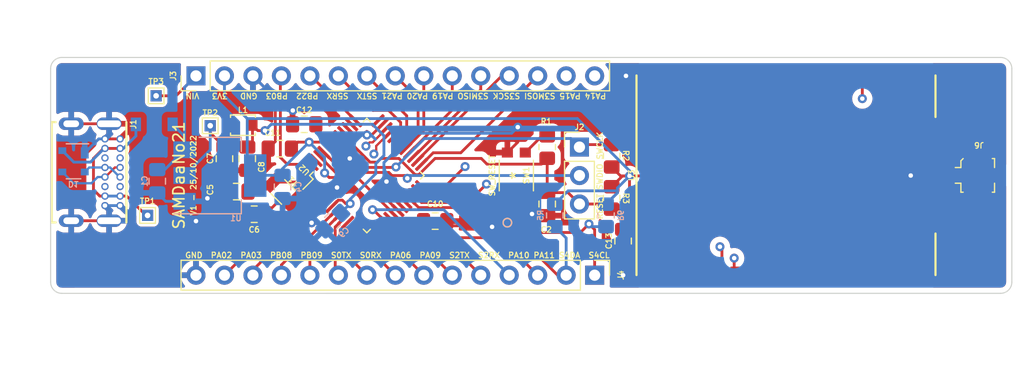
<source format=kicad_pcb>
(kicad_pcb (version 20211014) (generator pcbnew)
  (title_block (title "flexible LoRaWAN Sensor Board ATSAMD21") (date "2022-10-25") (rev "1.0") (company "AP-Hogeschool") (comment 1 "Bavo, Birk, Daan"))
  (layers (0 "F.Cu" signal) (1 "In1.Cu" power "GND") (2 "In2.Cu" power "VDDIN") (31 "B.Cu" signal) (34 "B.Paste" user) (35 "F.Paste" user) (36 "B.SilkS" user "B.Silkscreen") (37 "F.SilkS" user "F.Silkscreen") (38 "B.Mask" user) (39 "F.Mask" user) (44 "Edge.Cuts" user))
  (net 0 "")
  (net 1 "VIN")
  (net 2 "GND")
  (net 3 "RESET")
  (net 4 "VDDIN")
  (net 5 "XIN32")
  (net 6 "XOUT32")
  (net 7 "VDDANA")
  (net 8 "VDDCORE")
  (net 9 "VBUS")
  (net 10 "USB-")
  (net 11 "USB+")
  (net 12 "SWCLK")
  (net 13 "SWDIO")
  (net 14 "PA20")
  (net 15 "PA19")
  (net 16 "PA15")
  (net 17 "PA14")
  (net 18 "PA11")
  (net 19 "PA07")
  (net 20 "PA06")
  (net 21 "PA03")
  (net 22 "PA02")
  (net 23 "PB03")
  (net 24 "PA21")
  (net 25 "PB08")
  (net 26 "PB09")
  (net 27 "SERCOM3_SCK")
  (net 28 "SERCOM3_MOSI")
  (net 29 "SERCOM3_MISO")
  (net 30 "SERCOM4_PAD1_SCL")
  (net 31 "SERCOM4_PAD0_SDA")
  (net 32 "SERCOM5_PAD1_RX")
  (net 33 "SERCOM5_PAD0_TX")
  (net 34 "SERCOM2_PAD2_RX")
  (net 35 "SERCOM2_PAD1_TX")
  (net 36 "SERCOM0_PAD1_RX")
  (net 37 "SERCOM0_PAD0_TX")
  (net 38 "Net-(R1-Pad1)")
  (net 49 "PB22")
  (net 53 "RN2483_RESET")
  (net 54 "868MHz")
  (footprint "Capacitor_SMD:C_0805_2012Metric_Pad1.18x1.45mm_HandSolder" (layer "F.Cu") (at 103.997574 76.339145)
    (fp_text reference "C11")
    (fp_text value "100nF")
  )
  (footprint "Connector_Coaxial:U.FL_Molex_MCRF_73412-0110_Vertical" (layer "F.Cu") (at 166.249311 78.725 -90)
    (fp_text reference "J6")
    (fp_text value "Conn_Coaxial")
  )
  (footprint "KMR7_CNK:KMR7_CNK" (layer "F.Cu") (at 125.095 78.74 90)
    (fp_text reference "SW1")
    (fp_text value "SW_RESET")
  )
  (footprint "Connector_PinHeader_2.54mm:PinHeader_1x15_P2.54mm_Vertical" (layer "F.Cu") (at 132.08 87.63 -90)
    (fp_text reference "J4")
    (fp_text value "Conn_01x15_Male")
  )
  (footprint "Resistor_SMD:R_0805_2012Metric_Pad1.20x1.40mm_HandSolder" (layer "F.Cu") (at 133.599141 80.736329 -90)
    (fp_text reference "R3")
    (fp_text value "10k")
  )
  (footprint "Capacitor_SMD:C_0805_2012Metric_Pad1.18x1.45mm_HandSolder" (layer "F.Cu") (at 127.8478 81.28 90)
    (fp_text reference "C2")
    (fp_text value "100nF")
  )
  (footprint "RN2483:RN2483" (layer "F.Cu") (at 149.148 78.715 -90)
    (fp_text reference "U3")
    (fp_text value "RN2483" hide)
  )
  (footprint "Resistor_SMD:R_0805_2012Metric_Pad1.20x1.40mm_HandSolder" (layer "F.Cu") (at 127.8478 76.2 -90)
    (fp_text reference "R1")
    (fp_text value "330")
  )
  (footprint "Resistor_SMD:R_0805_2012Metric_Pad1.20x1.40mm_HandSolder" (layer "F.Cu") (at 133.597705 76.979754 90)
    (fp_text reference "R2")
    (fp_text value "1k")
  )
  (footprint "TestPoint:TestPoint_THTPad_1.0x1.0mm_Drill0.5mm" (layer "F.Cu") (at 92.202 82.296 90)
    (fp_text reference "TP1")
    (fp_text value "VBUS")
  )
  (footprint "Inductor_SMD:L_Murata_LQH2MCNxxxx02_2.0x1.6mm" (layer "F.Cu") (at 100.710509 74.251432)
    (fp_text reference "L1")
    (fp_text value "10µH")
  )
  (footprint "Connector_PinHeader_2.54mm:PinHeader_1x15_P2.54mm_Vertical" (layer "F.Cu") (at 96.52 69.85 90)
    (fp_text reference "J3")
    (fp_text value "Conn_01x15_Male")
  )
  (footprint "TestPoint:TestPoint_THTPad_1.0x1.0mm_Drill0.5mm" (layer "F.Cu") (at 92.964 71.628)
    (fp_text reference "TP3")
    (fp_text value "VIN")
  )
  (footprint "Capacitor_SMD:C_0805_2012Metric_Pad1.18x1.45mm_HandSolder" (layer "F.Cu") (at 101.092 77.2375 90)
    (fp_text reference "C8")
    (fp_text value "10µF")
  )
  (footprint "Capacitor_SMD:C_0805_2012Metric_Pad1.18x1.45mm_HandSolder" (layer "F.Cu") (at 99.06 77.2375 90)
    (fp_text reference "C7")
    (fp_text value "10µF")
  )
  (footprint "Capacitor_SMD:C_0805_2012Metric_Pad1.18x1.45mm_HandSolder" (layer "F.Cu") (at 117.856 82.804)
    (fp_text reference "C10")
    (fp_text value "100nF")
  )
  (footprint "TestPoint:TestPoint_THTPad_1.0x1.0mm_Drill0.5mm" (layer "F.Cu") (at 97.79 74.295)
    (fp_text reference "TP2")
    (fp_text value "VDD")
  )
  (footprint "Package_QFP:TQFP-48_7x7mm_P0.5mm" (layer "F.Cu") (at 111.76 78.74 45)
    (fp_text reference "U2")
    (fp_text value "ATSAMD21G18A-A")
  )
  (footprint "Capacitor_SMD:C_0805_2012Metric_Pad1.18x1.45mm_HandSolder" (layer "F.Cu") (at 101.715064 82.190734 180)
    (fp_text reference "C6")
    (fp_text value "18pF")
  )
  (footprint "Capacitor_SMD:C_0805_2012Metric_Pad1.18x1.45mm_HandSolder" (layer "F.Cu") (at 106.172 74.168 180)
    (fp_text reference "C12")
    (fp_text value "1µF")
  )
  (footprint "Connector_PinHeader_2.54mm:PinHeader_1x03_P2.54mm_Vertical" (layer "F.Cu") (at 130.725015 76.2)
    (fp_text reference "J2")
    (fp_text value "DEBUG")
  )
  (footprint "Crystal:Crystal_SMD_3215-2Pin_3.2x1.5mm" (layer "F.Cu") (at 104.297294 80.204547 -45)
    (fp_text reference "Y1")
    (fp_text value "Crystal_Small")
  )
  (footprint "Capacitor_SMD:C_0805_2012Metric_Pad1.18x1.45mm_HandSolder" (layer "F.Cu") (at 134.62 84.582 90)
    (fp_text reference "C13")
    (fp_text value "1µF")
  )
  (footprint "footprints:GCT_USB4085-GF-A_REVA4" (layer "F.Cu") (at 85.725917 78.446 -90)
    (fp_text reference "J1")
    (fp_text value "USB4085-GF-A_REVA4")
  )
  (footprint "Capacitor_SMD:C_0805_2012Metric_Pad1.18x1.45mm_HandSolder" (layer "F.Cu") (at 100.122239 80.171673 180)
    (fp_text reference locked "C5")
    (fp_text value "18pF")
  )
  (footprint "footprints:SOD-123FL" (layer "B.Cu") (at 92.79924 74.175725)
    (fp_text reference "D6")
    (fp_text value "D_Schottky")
  )
  (footprint "Resistor_SMD:R_0805_2012Metric_Pad1.20x1.40mm_HandSolder" (layer "B.Cu") (at 128.524 82.296 -90)
    (fp_text reference "R5")
    (fp_text value "4.7k")
  )
  (footprint "Resistor_SMD:R_0805_2012Metric_Pad1.20x1.40mm_HandSolder" (layer "B.Cu") (at 133.096 82.296 -90)
    (fp_text reference "R6")
    (fp_text value "4.7k")
  )
  (footprint "Capacitor_SMD:C_0805_2012Metric_Pad1.18x1.45mm_HandSolder" (layer "B.Cu") (at 93.066 79.248 -90)
    (fp_text reference "C1")
    (fp_text value "100nF")
  )
  (footprint "Package_TO_SOT_SMD:SOT-143" (layer "B.Cu") (at 85.598 77.47 180)
    (fp_text reference "D1")
    (fp_text value "PRTR5V0U2X")
  )
  (footprint "Capacitor_SMD:C_0805_2012Metric_Pad1.18x1.45mm_HandSolder" (layer "B.Cu") (at 108.712 82.804 45)
    (fp_text reference "C9")
    (fp_text value "100nF")
  )
  (footprint "Package_TO_SOT_SMD:SOT-223-3_TabPin2" (layer "B.Cu") (at 98.654 78.74)
    (fp_text reference "U1")
    (fp_text value "LD1117S33TR_SOT223")
  )
  (footprint "Capacitor_SMD:C_0805_2012Metric_Pad1.18x1.45mm_HandSolder" (layer "B.Cu") (at 104.242 79.756 -90)
    (fp_text reference "C4")
    (fp_text value "10µF")
  )
  (gr_line (start 169.292893 69.207107) (end 169.292578 88.246036) (layer "Edge.Cuts") (width 0.1))
  (gr_line (start 83.55509 88.248307) (end 83.554087 69.207107) (layer "Edge.Cuts") (width 0.1))
  (gr_arc (start 84.55509 89.248307) (mid 83.847983 88.955414) (end 83.55509 88.248307) (layer "Edge.Cuts") (width 0.1))
  (gr_line (start 84.554087 68.207107) (end 168.292893 68.207107) (layer "Edge.Cuts") (width 0.1))
  (gr_arc (start 168.292893 68.207107) (mid 169 68.5) (end 169.292893 69.207107) (layer "Edge.Cuts") (width 0.1))
  (gr_line (start 168.292578 89.246036) (end 84.55509 89.248307) (layer "Edge.Cuts") (width 0.1))
  (gr_arc (start 83.554087 69.207107) (mid 83.84698 68.5) (end 84.554087 68.207107) (layer "Edge.Cuts") (width 0.1))
  (gr_arc (start 169.292578 88.246036) (mid 168.999685 88.953143) (end 168.292578 89.246036) (layer "Edge.Cuts") (width 0.1))
  (gr_text "PA14 PA15 S3MOSI S3SCK S3MISO PA19 PA20 PA21 S5TX  S5RX  PB22  PB03  GND   3V3   VIN" (at 133.154082 71.628 180) (layer "F.SilkS") (effects (font (size 0.5 0.5) (thickness 0.1)) (justify left)))
  (gr_text "SAMDaaNo21" (at 94.996 78.725 90) (layer "F.SilkS") (effects (font (size 1 1))))
  (gr_text "GND  PA02  PA03  PB08  PB09  S0TX  S0RX  PA06  PA09  S2TX  S2RX  PA10 PA11 S4DA  S4CL" (at 95.504 85.852) (layer "F.SilkS") (effects (font (size 0.5 0.5) (thickness 0.1)) (justify left)))
  (gr_text "RESET SWDIO SWCLK" (at 132.55 78.75 90) (layer "F.SilkS") (effects (font (size 0.5 0.5) (thickness 0.1))))
  (gr_text "V1 - 25/10/2022" (at 96.3 78.725 90) (layer "F.SilkS") (effects (font (size 0.5 0.5) (thickness 0.1))))
  (segment (start 96.52 69.85) (end 94.742 71.628) (width 0.25) (layer "F.Cu") (net 1))
  (segment (start 94.742 71.628) (end 92.964 71.628) (width 0.25) (layer "F.Cu") (net 1))
  (segment (start 93.7335 78.2105) (end 95.504 76.44) (width 0.25) (layer "B.Cu") (net 1))
  (segment (start 95.504 75.242185) (end 94.43754 74.175725) (width 0.25) (layer "B.Cu") (net 1))
  (segment (start 95.504 76.44) (end 95.504 75.242185) (width 0.25) (layer "B.Cu") (net 1))
  (segment (start 95.504 70.866) (end 96.52 69.85) (width 0.25) (layer "B.Cu") (net 1))
  (segment (start 93.066 78.2105) (end 93.7335 78.2105) (width 0.25) (layer "B.Cu") (net 1))
  (segment (start 95.504 76.44) (end 95.504 70.866) (width 0.25) (layer "B.Cu") (net 1))
  (segment (start 160.33 78.796) (end 160.274 78.74) (width 0.25) (layer "F.Cu") (net 2))
  (segment (start 105.1345 74.168) (end 105.156 74.1465) (width 0.25) (layer "F.Cu") (net 2))
  (segment (start 103.596956 71.846956) (end 101.6 69.85) (width 0.25) (layer "F.Cu") (net 2))
  (segment (start 105.156 74.1465) (end 105.156 72.9355) (width 0.25) (layer "F.Cu") (net 2))
  (segment (start 162.483 78.796) (end 160.33 78.796) (width 0.25) (layer "F.Cu") (net 2))
  (segment (start 108.286338 81.153002) (end 106.834093 82.605247) (width 0.25) (layer "F.Cu") (net 2))
  (segment (start 113.512152 80.845706) (end 114.526555 81.860109) (width 0.25) (layer "F.Cu") (net 2))
  (segment (start 113.112342 74.205678) (end 112.195041 75.122979) (width 0.25) (layer "F.Cu") (net 2))
  (segment (start 166.274311 80.375917) (end 167.749311 78.900917) (width 0.25) (layer "F.Cu") (net 2))
  (segment (start 126.492 82.169) (end 127.6993 82.169) (width 0.25) (layer "F.Cu") (net 2))
  (segment (start 134.62 85.6195) (end 134.62 87.63) (width 0.25) (layer "F.Cu") (net 2))
  (segment (start 108.286338 81.153002) (end 109.10032 80.33902) (width 0.25) (layer "F.Cu") (net 2))
  (segment (start 88.400917 75.471) (end 89.750917 75.471) (width 0.25) (layer "F.Cu") (net 2))
  (segment (start 167.724311 78.900917) (end 166.249311 77.425917) (width 0.25) (layer "F.Cu") (net 2))
  (segment (start 109.10032 80.33902) (end 109.10032 79.808143) (width 0.25) (layer "F.Cu") (net 2))
  (segment (start 113.512152 79.276413) (end 113.512152 80.845706) (width 0.25) (layer "F.Cu") (net 2))
  (segment (start 134.93 69.906) (end 134.874 69.85) (width 0.25) (layer "F.Cu") (net 2))
  (segment (start 110.236 76.897802) (end 108.993445 75.655247) (width 0.25) (layer "F.Cu") (net 2))
  (segment (start 127.6993 82.169) (end 127.8478 82.3175) (width 0.25) (layer "F.Cu") (net 2))
  (segment (start 167.749311 78.900917) (end 167.724311 78.900917) (width 0.25) (layer "F.Cu") (net 2))
  (segment (start 85.390917 82.771) (end 85.795774 82.771) (width 0.25) (layer "F.Cu") (net 2))
  (segment (start 125.222 74.422) (end 125.222 75.763001) (width 0.25) (layer "F.Cu") (net 2))
  (segment (start 85.390917 82.771) (end 88.770917 82.771) (width 0.25) (layer "F.Cu") (net 2))
  (segment (start 122.8384 83.223) (end 121.363015 83.223) (width 0.25) (layer "F.Cu") (net 2))
  (segment (start 103.596956 75.702263) (end 103.596956 71.846956) (width 0.25) (layer "F.Cu") (net 2))
  (segment (start 118.8935 82.804) (end 119.3125 83.223) (width 0.25) (layer "F.Cu") (net 2))
  (segment (start 137.083 69.906) (end 134.93 69.906) (width 0.25) (layer "F.Cu") (net 2))
  (segment (start 112.195041 75.122979) (end 111.765373 75.122979) (width 0.25) (layer "F.Cu") (net 2))
  (segment (start 166.249311 80.375917) (end 166.274311 80.375917) (width 0.25) (layer "F.Cu") (net 2))
  (segment (start 106.834093 82.605247) (end 106.834093 82.958093) (width 0.25) (layer "F.Cu") (net 2))
  (segment (start 85.390917 74.121) (end 85.390917 82.771) (width 0.25) (layer "F.Cu") (net 2))
  (segment (start 125.222 75.763001) (end 124.294999 76.690002) (width 0.25) (layer "F.Cu") (net 2))
  (segment (start 102.960074 76.339145) (end 103.596956 75.702263) (width 0.25) (layer "F.Cu") (net 2))
  (segment (start 110.236 77.216) (end 110.236 76.897802) (width 0.25) (layer "F.Cu") (net 2))
  (segment (start 108.993445 75.655247) (end 108.993445 75.619891) (width 0.25) (layer "F.Cu") (net 2))
  (segment (start 85.390917 74.121) (end 88.770917 74.121) (width 0.25) (layer "F.Cu") (net 2))
  (segment (start 119.3125 83.223) (end 121.363015 83.223) (width 0.25) (layer "F.Cu") (net 2))
  (segment (start 122.9317 83.3163) (end 122.8384 83.223) (width 0.25) (layer "F.Cu") (net 2))
  (via (at 113.512152 79.276413) (size 0.8) (drill 0.4) (layers "F.Cu" "B.Cu") (net 2))
  (via (at 126.492 82.169) (size 0.8) (drill 0.4) (layers "F.Cu" "B.Cu") (net 2))
  (via (at 97.536 80.772) (size 0.8) (drill 0.4) (layers "F.Cu" "B.Cu") (net 2))
  (via (at 110.236 77.216) (size 0.8) (drill 0.4) (layers "F.Cu" "B.Cu") (net 2))
  (via (at 109.10032 79.808143) (size 0.8) (drill 0.4) (layers "F.Cu" "B.Cu") (net 2))
  (via (at 111.765373 75.122979) (size 0.8) (drill 0.4) (layers "F.Cu" "B.Cu") (net 2))
  (via (at 96.52 82.804) (size 0.8) (drill 0.4) (layers "F.Cu" "B.Cu") (net 2))
  (via (at 134.874 69.85) (size 0.8) (drill 0.4) (layers "F.Cu" "B.Cu") (net 2))
  (via (at 106.834093 82.958093) (size 0.8) (drill 0.4) (layers "F.Cu" "B.Cu") (net 2))
  (via (at 105.156 72.9355) (size 0.8) (drill 0.4) (layers "F.Cu" "B.Cu") (net 2))
  (via (at 122.9317 83.3163) (size 0.8) (drill 0.4) (layers "F.Cu" "B.Cu") (net 2))
  (via (at 160.274 78.74) (size 0.8) (drill 0.4) (layers "F.Cu" "B.Cu") (net 2))
  (via (at 134.62 87.63) (size 0.8) (drill 0.4) (layers "F.Cu" "B.Cu") (net 2))
  (via (at 125.222 74.422) (size 0.8) (drill 0.4) (layers "F.Cu" "B.Cu") (net 2))
  (segment (start 125.222 74.422) (end 124.6765 74.9675) (width 0.25) (layer "B.Cu") (net 2))
  (segment (start 124.079 82.169) (end 122.9317 83.3163) (width 0.25) (layer "B.Cu") (net 2))
  (segment (start 113.284 77.587517) (end 113.284 79.048261) (width 0.25) (layer "B.Cu") (net 2))
  (segment (start 111.765373 75.122979) (end 111.313021 75.122979) (width 0.25) (layer "B.Cu") (net 2))
  (segment (start 111.313021 75.122979) (end 110.236 76.2) (width 0.25) (layer "B.Cu") (net 2))
  (segment (start 95.504 81.04) (end 95.504 81.788) (width 0.25) (layer "B.Cu") (net 2))
  (segment (start 109.10032 79.808143) (end 109.10032 78.35168) (width 0.25) (layer "B.Cu") (net 2))
  (segment (start 105.156 72.9355) (end 104.6855 72.9355) (width 0.25) (layer "B.Cu") (net 2))
  (segment (start 110.236 76.2) (end 110.236 77.216) (width 0.25) (layer "B.Cu") (net 2))
  (segment (start 124.6765 74.9675) (end 115.904017 74.9675) (width 0.25) (layer "B.Cu") (net 2))
  (segment (start 88.400917 81.421) (end 89.750917 81.421) (width 0.25) (layer "B.Cu") (net 2))
  (segment (start 87.847 75.471) (end 86.598 76.72) (width 0.25) (layer "B.Cu") (net 2))
  (segment (start 109.10032 78.35168) (end 110.236 77.216) (width 0.25) (layer "B.Cu") (net 2))
  (segment (start 115.904017 74.9675) (end 113.284 77.587517) (width 0.25) (layer "B.Cu") (net 2))
  (segment (start 107.398847 82.958093) (end 107.978377 83.537623) (width 0.25) (layer "B.Cu") (net 2))
  (segment (start 93.066 80.2855) (end 93.8205 81.04) (width 0.25) (layer "B.Cu") (net 2))
  (segment (start 126.492 82.169) (end 124.079 82.169) (width 0.25) (layer "B.Cu") (net 2))
  (segment (start 106.834093 82.958093) (end 107.398847 82.958093) (width 0.25) (layer "B.Cu") (net 2))
  (segment (start 104.6855 72.9355) (end 101.6 69.85) (width 0.25) (layer "B.Cu") (net 2))
  (segment (start 93.8205 81.04) (end 95.504 81.04) (width 0.25) (layer "B.Cu") (net 2))
  (segment (start 95.504 81.788) (end 96.52 82.804) (width 0.25) (layer "B.Cu") (net 2))
  (segment (start 88.400917 75.471) (end 87.847 75.471) (width 0.25) (layer "B.Cu") (net 2))
  (segment (start 113.284 79.048261) (end 113.512152 79.276413) (width 0.25) (layer "B.Cu") (net 2))
  (segment (start 112.045275 77.54636) (end 110.268489 75.769574) (width 0.25) (layer "F.Cu") (net 3))
  (segment (start 117.84534 77.2155) (end 116.398137 78.662703) (width 0.25) (layer "F.Cu") (net 3))
  (segment (start 110.268489 75.480723) (end 109.700551 74.912785) (width 0.25) (layer "F.Cu") (net 3))
  (segment (start 130.725015 81.28) (end 129.709015 80.264) (width 0.25) (layer "F.Cu") (net 3))
  (segment (start 110.268489 75.769574) (end 110.268489 75.480723) (width 0.25) (layer "F.Cu") (net 3))
  (segment (start 116.066765 78.662703) (end 114.620062 77.216) (width 0.25) (layer "F.Cu") (net 3))
  (segment (start 127.3238 77.724) (end 122.474805 77.724) (width 0.25) (layer "F.Cu") (net 3))
  (segment (start 114.620062 77.216) (end 113.019121 77.216) (width 0.25) (layer "F.Cu") (net 3))
  (segment (start 127.8478 80.2425) (end 127.8478 77.2) (width 0.25) (layer "F.Cu") (net 3))
  (segment (start 122.474805 77.724) (end 121.966305 77.2155) (width 0.25) (layer "F.Cu") (net 3))
  (segment (start 127.8693 80.264) (end 127.8478 80.2425) (width 0.25) (layer "F.Cu") (net 3))
  (segment (start 127.8478 77.2) (end 127.3238 77.724) (width 0.25) (layer "F.Cu") (net 3))
  (segment (start 129.709015 80.264) (end 127.8693 80.264) (width 0.25) (layer "F.Cu") (net 3))
  (segment (start 121.966305 77.2155) (end 117.84534 77.2155) (width 0.25) (layer "F.Cu") (net 3))
  (segment (start 112.688761 77.54636) (end 112.045275 77.54636) (width 0.25) (layer "F.Cu") (net 3))
  (segment (start 132.654483 81.28) (end 130.725015 81.28) (width 0.25) (layer "F.Cu") (net 3))
  (segment (start 113.019121 77.216) (end 112.688761 77.54636) (width 0.25) (layer "F.Cu") (net 3))
  (segment (start 133.110812 81.736329) (end 132.654483 81.28) (width 0.25) (layer "F.Cu") (net 3))
  (segment (start 116.398137 78.662703) (end 116.066765 78.662703) (width 0.25) (layer "F.Cu") (net 3))
  (segment (start 105.035074 76.339145) (end 105.615159 75.75906) (width 0.25) (layer "F.Cu") (net 4))
  (segment (start 153.593 70.918) (end 153.593 69.906) (width 0.25) (layer "F.Cu") (net 4))
  (segment (start 110.910194 78.9155) (end 113.787347 81.792653) (width 0.25) (layer "F.Cu") (net 4))
  (segment (start 97.79 74.93) (end 99.06 76.2) (width 0.25) (layer "F.Cu") (net 4))
  (segment (start 134.566805 78.773524) (end 133.604 79.736329) (width 0.25) (layer "F.Cu") (net 4))
  (segment (start 107.7184 75.75906) (end 106.61294 75.75906) (width 0.25) (layer "F.Cu") (net 4))
  (segment (start 108.286338 76.326998) (end 107.7184 75.75906) (width 0.25) (layer "F.Cu") (net 4))
  (segment (start 151.053 87.706) (end 151.053 84.089048) (width 0.25) (layer "F.Cu") (net 4))
  (segment (start 145.737476 78.773524) (end 153.593 70.918) (width 0.25) (layer "F.Cu") (net 4))
  (segment (start 151.053 84.089048) (end 145.737476 78.773524) (width 0.25) (layer "F.Cu") (net 4))
  (segment (start 108.400674 78.9155) (end 110.910194 78.9155) (width 0.25) (layer "F.Cu") (net 4))
  (segment (start 134.62 83.82) (end 135.189916 83.250084) (width 0.25) (layer "F.Cu") (net 4))
  (segment (start 135.189916 83.250084) (end 135.189916 78.773524) (width 0.25) (layer "F.Cu") (net 4))
  (segment (start 99.06 75.051941) (end 99.860509 74.251432) (width 0.25) (layer "F.Cu") (net 4))
  (segment (start 107.99442 78.509246) (end 108.400674 78.9155) (width 0.25) (layer "F.Cu") (net 4))
  (segment (start 135.189916 78.773524) (end 134.391475 78.773524) (width 0.25) (layer "F.Cu") (net 4))
  (segment (start 114.76334 82.804) (end 116.8185 82.804) (width 0.25) (layer "F.Cu") (net 4))
  (segment (start 134.391475 78.773524) (end 133.597705 77.979754) (width 0.25) (layer "F.Cu") (net 4))
  (segment (start 135.189916 78.773524) (end 134.566805 78.773524) (width 0.25) (layer "F.Cu") (net 4))
  (segment (start 97.79 74.295) (end 97.79 74.93) (width 0.25) (layer "F.Cu") (net 4))
  (segment (start 114.173002 82.213662) (end 114.76334 82.804) (width 0.25) (layer "F.Cu") (net 4))
  (segment (start 135.189916 78.773524) (end 145.737476 78.773524) (width 0.25) (layer "F.Cu") (net 4))
  (segment (start 99.06 76.2) (end 99.06 75.051941) (width 0.25) (layer "F.Cu") (net 4))
  (segment (start 105.615159 75.75906) (end 106.61294 75.75906) (width 0.25) (layer "F.Cu") (net 4))
  (via (at 106.61294 75.75906) (size 0.8) (drill 0.4) (layers "F.Cu" "B.Cu") (net 4))
  (via (at 135.189916 78.773524) (size 0.8) (drill 0.4) (layers "F.Cu" "B.Cu") (net 4))
  (via (at 107.99442 78.509246) (size 0.8) (drill 0.4) (layers "F.Cu" "B.Cu") (net 4))
  (segment (start 107.99442 77.14054) (end 106.61294 75.75906) (width 0.25) (layer "B.Cu") (net 4))
  (segment (start 99.06 71.628) (end 99.06 69.85) (width 0.25) (layer "B.Cu") (net 4))
  (segment (start 134.112 79.85144) (end 135.189916 78.773524) (width 0.25) (layer "B.Cu") (net 4))
  (segment (start 101.092 73.66) (end 99.06 71.628) (width 0.25) (layer "B.Cu") (net 4))
  (segment (start 130.535015 73.66) (end 101.092 73.66) (width 0.25) (layer "B.Cu") (net 4))
  (segment (start 128.524 81.296) (end 129.715 80.105) (width 0.25) (layer "B.Cu") (net 4))
  (segment (start 101.092 78.028) (end 101.092 73.66) (width 0.25) (layer "B.Cu") (net 4))
  (segment (start 104.242 78.7185) (end 101.8255 78.7185) (width 0.25) (layer "B.Cu") (net 4))
  (segment (start 135.189916 78.773524) (end 135.189916 78.314901) (width 0.25) (layer "B.Cu") (net 4))
  (segment (start 135.189916 78.314901) (end 130.535015 73.66) (width 0.25) (layer "B.Cu") (net 4))
  (segment (start 134.112 80.105) (end 134.112 80.28) (width 0.25) (layer "B.Cu") (net 4))
  (segment (start 134.112 80.28) (end 134.112 79.85144) (width 0.25) (layer "B.Cu") (net 4))
  (segment (start 133.445 80.947) (end 134.112 80.28) (width 0.25) (layer "B.Cu") (net 4))
  (segment (start 133.096 81.296) (end 132.747 80.947) (width 0.25) (layer "B.Cu") (net 4))
  (segment (start 107.99442 78.509246) (end 107.99442 77.14054) (width 0.25) (layer "B.Cu") (net 4))
  (segment (start 106.61294 75.75906) (end 104.242 78.13) (width 0.25) (layer "B.Cu") (net 4))
  (segment (start 134.112 80.28) (end 133.096 81.296) (width 0.25) (layer "B.Cu") (net 4))
  (segment (start 97.79 74.295) (end 97.79 76.454) (width 0.25) (layer "B.Cu") (net 4))
  (segment (start 101.8255 78.7185) (end 101.804 78.74) (width 0.25) (layer "B.Cu") (net 4))
  (segment (start 104.242 78.13) (end 104.242 78.7185) (width 0.25) (layer "B.Cu") (net 4))
  (segment (start 132.747 80.947) (end 133.445 80.947) (width 0.25) (layer "B.Cu") (net 4))
  (segment (start 101.804 78.74) (end 101.092 78.028) (width 0.25) (layer "B.Cu") (net 4))
  (segment (start 129.715 80.105) (end 134.112 80.105) (width 0.25) (layer "B.Cu") (net 4))
  (segment (start 97.79 76.454) (end 95.504 78.74) (width 0.25) (layer "B.Cu") (net 4))
  (segment (start 103.413411 79.320664) (end 102.562402 80.171673) (width 0.25) (layer "F.Cu") (net 5))
  (segment (start 106.872124 79.738788) (end 106.454 79.320664) (width 0.25) (layer "F.Cu") (net 5))
  (segment (start 102.562402 80.171673) (end 101.159739 80.171673) (width 0.25) (layer "F.Cu") (net 5))
  (segment (start 106.454 79.320664) (end 103.413411 79.320664) (width 0.25) (layer "F.Cu") (net 5))
  (segment (start 105.181177 81.08843) (end 103.82357 81.08843) (width 0.25) (layer "F.Cu") (net 6))
  (segment (start 106.22959 81.08843) (end 105.181177 81.08843) (width 0.25) (layer "F.Cu") (net 6))
  (segment (start 103.82357 81.08843) (end 102.752564 82.159436) (width 0.25) (layer "F.Cu") (net 6))
  (segment (start 107.225678 80.092342) (end 106.22959 81.08843) (width 0.25) (layer "F.Cu") (net 6))
  (segment (start 102.752564 82.159436) (end 102.752564 82.190734) (width 0.25) (layer "F.Cu") (net 6))
  (segment (start 102.671299 74.731299) (end 102.040376 74.731299) (width 0.25) (layer "F.Cu") (net 7))
  (segment (start 102.040376 74.731299) (end 101.560509 74.251432) (width 0.25) (layer "F.Cu") (net 7))
  (segment (start 109.574556 80.938618) (end 109.207828 80.938618) (width 0.25) (layer "F.Cu") (net 7))
  (segment (start 101.560509 74.251432) (end 101.560509 75.731491) (width 0.25) (layer "F.Cu") (net 7))
  (segment (start 110.27007 81.24593) (end 109.881868 81.24593) (width 0.25) (layer "F.Cu") (net 7))
  (segment (start 109.881868 81.24593) (end 109.574556 80.938618) (width 0.25) (layer "F.Cu") (net 7))
  (segment (start 109.207828 80.938618) (end 108.639891 81.506555) (width 0.25) (layer "F.Cu") (net 7))
  (segment (start 101.560509 75.731491) (end 101.092 76.2) (width 0.25) (layer "F.Cu") (net 7))
  (via (at 110.27007 81.24593) (size 0.8) (drill 0.4) (layers "F.Cu" "B.Cu") (net 7))
  (via (at 102.671299 74.731299) (size 0.8) (drill 0.4) (layers "F.Cu" "B.Cu") (net 7))
  (segment (start 110.27007 81.24593) (end 110.27007 80.857215) (width 0.25) (layer "B.Cu") (net 7))
  (segment (start 113.284 75.184) (end 112.268 74.168) (width 0.25) (layer "B.Cu") (net 7))
  (segment (start 112.559 77.676121) (end 113.284 76.951121) (width 0.25) (layer "B.Cu") (net 7))
  (segment (start 113.284 76.951121) (end 113.284 75.184) (width 0.25) (layer "B.Cu") (net 7))
  (segment (start 103.234598 74.168) (end 102.671299 74.731299) (width 0.25) (layer "B.Cu") (net 7))
  (segment (start 112.559 78.568285) (end 112.559 77.676121) (width 0.25) (layer "B.Cu") (net 7))
  (segment (start 112.268 74.168) (end 103.234598 74.168) (width 0.25) (layer "B.Cu") (net 7))
  (segment (start 110.27007 81.24593) (end 109.445623 82.070377) (width 0.25) (layer "B.Cu") (net 7))
  (segment (start 110.27007 80.857215) (end 112.559 78.568285) (width 0.25) (layer "B.Cu") (net 7))
  (segment (start 107.2095 74.543054) (end 107.2095 74.168) (width 0.25) (layer "F.Cu") (net 8))
  (segment (start 108.639891 75.973445) (end 107.2095 74.543054) (width 0.25) (layer "F.Cu") (net 8))
  (segment (start 90.340424 80.571) (end 92.065424 82.296) (width 0.25) (layer "F.Cu") (net 9))
  (segment (start 92.065424 82.296) (end 92.202 82.296) (width 0.25) (layer "F.Cu") (net 9))
  (segment (start 88.400917 76.321) (end 88.271 76.321) (width 0.25) (layer "F.Cu") (net 9))
  (segment (start 88.400917 76.321) (end 89.750917 76.321) (width 0.25) (layer "F.Cu") (net 9))
  (segment (start 87.376 80.01) (end 87.376 77.216) (width 0.25) (layer "F.Cu") (net 9))
  (segment (start 88.400917 80.571) (end 87.937 80.571) (width 0.25) (layer "F.Cu") (net 9))
  (segment (start 88.271 76.321) (end 87.376 77.216) (width 0.25) (layer "F.Cu") (net 9))
  (segment (start 89.750917 80.571) (end 90.340424 80.571) (width 0.25) (layer "F.Cu") (net 9))
  (segment (start 87.937 80.571) (end 87.376 80.01) (width 0.25) (layer "F.Cu") (net 9))
  (segment (start 91.16094 75.20906) (end 90.049 76.321) (width 0.25) (layer "B.Cu") (net 9))
  (segment (start 87.107678 77.545) (end 88.331678 76.321) (width 0.25) (layer "B.Cu") (net 9))
  (segment (start 91.16094 74.175725) (end 91.16094 75.20906) (width 0.25) (layer "B.Cu") (net 9))
  (segment (start 84.598 76.52) (end 85.623 77.545) (width 0.25) (layer "B.Cu") (net 9))
  (segment (start 90.049 76.321) (end 89.750917 76.321) (width 0.25) (layer "B.Cu") (net 9))
  (segment (start 88.331678 76.321) (end 88.400917 76.321) (width 0.25) (layer "B.Cu") (net 9))
  (segment (start 88.400917 80.571) (end 89.750917 80.571) (width 0.25) (layer "B.Cu") (net 9))
  (segment (start 85.623 77.545) (end 87.107678 77.545) (width 0.25) (layer "B.Cu") (net 9))
  (segment (start 113.819449 74.912785) (end 113.784094 74.912785) (width 0.2) (layer "F.Cu") (net 10))
  (segment (start 112.596777 76.100103) (end 112.596777 76.613039) (width 0.2) (layer "F.Cu") (net 10))
  (segment (start 112.596777 76.613039) (end 112.388456 76.82136) (width 0.2) (layer "F.Cu") (net 10))
  (segment (start 113.784094 74.912785) (end 112.596777 76.100103) (width 0.2) (layer "F.Cu") (net 10))
  (via (at 112.388456 76.82136) (size 0.8) (drill 0.4) (layers "F.Cu" "B.Cu") (net 10))
  (segment (start 88.400917 78.021) (end 88.860536 78.021) (width 0.2) (layer "B.Cu") (net 10))
  (segment (start 89.710536 78.871) (end 89.750917 78.871) (width 0.2) (layer "B.Cu") (net 10))
  (segment (start 86.598 78.42) (end 86.997 78.021) (width 0.2) (layer "B.Cu") (net 10))
  (segment (start 86.997 78.021) (end 88.400917 78.021) (width 0.2) (layer "B.Cu") (net 10))
  (segment (start 88.860536 78.021) (end 89.710536 78.871) (width 0.2) (layer "B.Cu") (net 10))
  (segment (start 112.278577 75.781903) (end 113.465895 74.594586) (width 0.2) (layer "F.Cu") (net 11))
  (segment (start 111.6777 76.118629) (end 112.014426 75.781903) (width 0.2) (layer "F.Cu") (net 11))
  (segment (start 113.465895 74.594586) (end 113.465895 74.559231) (width 0.2) (layer "F.Cu") (net 11))
  (segment (start 88.434801 78.871) (end 89.284801 78.021) (width 0.2) (layer "F.Cu") (net 11))
  (segment (start 112.014426 75.781903) (end 112.278577 75.781903) (width 0.2) (layer "F.Cu") (net 11))
  (segment (start 88.400917 78.871) (end 88.434801 78.871) (width 0.2) (layer "F.Cu") (net 11))
  (segment (start 89.284801 78.021) (end 89.750917 78.021) (width 0.2) (layer "F.Cu") (net 11))
  (via (at 111.6777 76.118629) (size 0.8) (drill 0.4) (layers "F.Cu" "B.Cu") (net 11))
  (segment (start 84.598 78.42) (end 85.606016 79.428016) (width 0.2) (layer "B.Cu") (net 11))
  (segment (start 87.195984 79.428016) (end 87.753 78.871) (width 0.2) (layer "B.Cu") (net 11))
  (segment (start 87.753 78.871) (end 88.400917 78.871) (width 0.2) (layer "B.Cu") (net 11))
  (segment (start 85.606016 79.428016) (end 87.195984 79.428016) (width 0.2) (layer "B.Cu") (net 11))
  (segment (start 109.267734 78.0155) (end 107.932785 76.680551) (width 0.25) (layer "F.Cu") (net 12))
  (segment (start 114.357515 77.978052) (end 114.320067 78.0155) (width 0.25) (layer "F.Cu") (net 12))
  (segment (start 114.320067 78.0155) (end 109.267734 78.0155) (width 0.25) (layer "F.Cu") (net 12))
  (segment (start 130.945261 75.979754) (end 130.725015 76.2) (width 0.25) (layer "F.Cu") (net 12))
  (segment (start 133.109376 75.979754) (end 130.945261 75.979754) (width 0.25) (layer "F.Cu") (net 12))
  (via (at 114.357515 77.978052) (size 0.8) (drill 0.4) (layers "F.Cu" "B.Cu") (net 12))
  (segment (start 129.963015 75.438) (end 130.725015 76.2) (width 0.25) (layer "B.Cu") (net 12))
  (segment (start 116.897567 75.438) (end 129.963015 75.438) (width 0.25) (layer "B.Cu") (net 12))
  (segment (start 114.357515 77.978052) (end 116.897567 75.438) (width 0.25) (layer "B.Cu") (net 12))
  (segment (start 113.724695 78.4655) (end 108.975272 78.4655) (width 0.25) (layer "F.Cu") (net 13))
  (segment (start 113.999695 78.7405) (end 113.724695 78.4655) (width 0.25) (layer "F.Cu") (net 13))
  (segment (start 108.975272 78.4655) (end 107.710886 77.201114) (width 0.25) (layer "F.Cu") (net 13))
  (segment (start 115.119964 78.7405) (end 113.999695 78.7405) (width 0.25) (layer "F.Cu") (net 13))
  (segment (start 115.368705 78.989241) (end 115.119964 78.7405) (width 0.25) (layer "F.Cu") (net 13))
  (via (at 115.368705 78.989241) (size 0.8) (drill 0.4) (layers "F.Cu" "B.Cu") (net 13))
  (segment (start 115.617946 78.74) (end 130.725015 78.74) (width 0.25) (layer "B.Cu") (net 13))
  (segment (start 115.368705 78.989241) (end 115.617946 78.74) (width 0.25) (layer "B.Cu") (net 13))
  (segment (start 116.84 74.72066) (end 115.233662 76.326998) (width 0.25) (layer "F.Cu") (net 14))
  (segment (start 116.84 69.85) (end 116.84 74.72066) (width 0.25) (layer "F.Cu") (net 14))
  (segment (start 119.38 69.85) (end 119.38 72.887766) (width 0.25) (layer "F.Cu") (net 15))
  (segment (start 119.38 72.887766) (end 115.587215 76.680551) (width 0.25) (layer "F.Cu") (net 15))
  (segment (start 118.724712 79.738788) (end 116.647876 79.738788) (width 0.25) (layer "F.Cu") (net 16))
  (segment (start 120.523 77.9405) (end 118.724712 79.738788) (width 0.25) (layer "F.Cu") (net 16))
  (via (at 120.523 77.9405) (size 0.8) (drill 0.4) (layers "F.Cu" "B.Cu") (net 16))
  (segment (start 116.897614 80.695634) (end 116.294322 80.092342) (width 0.25) (layer "F.Cu") (net 17))
  (segment (start 121.234366 80.695634) (end 116.897614 80.695634) (width 0.25) (layer "F.Cu") (net 17))
  (segment (start 122.428 79.502) (end 121.234366 80.695634) (width 0.25) (layer "F.Cu") (net 17))
  (via (at 122.428 79.502) (size 0.8) (drill 0.4) (layers "F.Cu" "B.Cu") (net 17))
  (segment (start 113.819449 82.567215) (end 114.506234 83.254) (width 0.25) (layer "F.Cu") (net 18))
  (segment (start 114.506234 83.254) (end 115.301 83.254) (width 0.25) (layer "F.Cu") (net 18))
  (segment (start 115.301 83.254) (end 116.332 84.285) (width 0.25) (layer "F.Cu") (net 18))
  (segment (start 116.332 84.285) (end 123.655 84.285) (width 0.25) (layer "F.Cu") (net 18))
  (segment (start 123.655 84.285) (end 127 87.63) (width 0.25) (layer "F.Cu") (net 18))
  (segment (start 114.046 84.836) (end 116.84 87.63) (width 0.25) (layer "F.Cu") (net 19))
  (segment (start 113.284 84.836) (end 114.046 84.836) (width 0.25) (layer "F.Cu") (net 19))
  (segment (start 110.761212 83.627876) (end 112.075876 83.627876) (width 0.25) (layer "F.Cu") (net 19))
  (segment (start 112.075876 83.627876) (end 113.284 84.836) (width 0.25) (layer "F.Cu") (net 19))
  (segment (start 110.407658 83.274322) (end 109.839721 83.842259) (width 0.25) (layer "F.Cu") (net 20))
  (segment (start 110.466734 84.836) (end 111.506 84.836) (width 0.25) (layer "F.Cu") (net 20))
  (segment (start 109.839721 83.842259) (end 109.839721 84.208987) (width 0.25) (layer "F.Cu") (net 20))
  (segment (start 109.839721 84.208987) (end 110.466734 84.836) (width 0.25) (layer "F.Cu") (net 20))
  (segment (start 111.506 84.836) (end 114.3 87.63) (width 0.25) (layer "F.Cu") (net 20))
  (segment (start 101.6 87.167588) (end 107.487588 81.28) (width 0.25) (layer "F.Cu") (net 21))
  (segment (start 101.6 87.63) (end 101.6 87.167588) (width 0.25) (layer "F.Cu") (net 21))
  (segment (start 104.784392 83.240734) (end 107.579231 80.445895) (width 0.25) (layer "F.Cu") (net 22))
  (segment (start 103.449266 83.240734) (end 104.784392 83.240734) (width 0.25) (layer "F.Cu") (net 22))
  (segment (start 99.06 87.63) (end 103.449266 83.240734) (width 0.25) (layer "F.Cu") (net 22))
  (segment (start 104.665212 77.741212) (end 106.872124 77.741212) (width 0.25) (layer "F.Cu") (net 23))
  (segment (start 104.046956 77.122956) (end 104.665212 77.741212) (width 0.25) (layer "F.Cu") (net 23))
  (segment (start 104.046956 69.943044) (end 104.046956 77.122956) (width 0.25) (layer "F.Cu") (net 23))
  (segment (start 104.14 69.85) (end 104.046956 69.943044) (width 0.25) (layer "F.Cu") (net 23))
  (segment (start 116.332 71.882) (end 116.332 74.521554) (width 0.25) (layer "F.Cu") (net 24))
  (segment (start 114.3 69.85) (end 116.332 71.882) (width 0.25) (layer "F.Cu") (net 24))
  (segment (start 116.332 74.521554) (end 114.880109 75.973445) (width 0.25) (layer "F.Cu") (net 24))
  (segment (start 108.993445 81.860109) (end 104.14 86.713554) (width 0.25) (layer "F.Cu") (net 25))
  (segment (start 104.14 86.713554) (end 104.14 87.63) (width 0.25) (layer "F.Cu") (net 25))
  (segment (start 109.346998 82.213662) (end 106.68 84.88066) (width 0.25) (layer "F.Cu") (net 26))
  (segment (start 106.68 84.88066) (end 106.68 87.63) (width 0.25) (layer "F.Cu") (net 26))
  (segment (start 124.46 69.85) (end 123.796624 69.85) (width 0.25) (layer "F.Cu") (net 27))
  (segment (start 123.796624 69.85) (end 116.294322 77.352302) (width 0.25) (layer "F.Cu") (net 27))
  (segment (start 116.294322 77.352302) (end 116.294322 77.387658) (width 0.25) (layer "F.Cu") (net 27))
  (segment (start 117.681088 76.708) (end 120.142 76.708) (width 0.25) (layer "F.Cu") (net 28))
  (segment (start 120.142 76.708) (end 127 69.85) (width 0.25) (layer "F.Cu") (net 28))
  (segment (start 116.647876 77.741212) (end 117.681088 76.708) (width 0.25) (layer "F.Cu") (net 28))
  (segment (start 121.92 71.090228) (end 116.317114 76.693114) (width 0.25) (layer "F.Cu") (net 29))
  (segment (start 121.92 69.85) (end 121.92 71.090228) (width 0.25) (layer "F.Cu") (net 29))
  (segment (start 125.604396 83.82) (end 130.81 83.82) (width 0.25) (layer "F.Cu") (net 30))
  (segment (start 131.572 83.058) (end 132.08 83.566) (width 0.25) (layer "F.Cu") (net 30))
  (segment (start 132.08 83.566) (end 132.08 87.63) (width 0.25) (layer "F.Cu") (net 30))
  (segment (start 122.93003 81.145634) (end 125.604396 83.82) (width 0.25) (layer "F.Cu") (net 30))
  (segment (start 115.940769 80.445895) (end 116.640508 81.145634) (width 0.25) (layer "F.Cu") (net 30))
  (segment (start 116.640508 81.145634) (end 122.93003 81.145634) (width 0.25) (layer "F.Cu") (net 30))
  (segment (start 130.81 83.82) (end 131.572 83.058) (width 0.25) (layer "F.Cu") (net 30))
  (via (at 131.572 83.058) (size 0.8) (drill 0.4) (layers "F.Cu" "B.Cu") (net 30))
  (segment (start 131.81 83.296) (end 131.572 83.058) (width 0.25) (layer "B.Cu") (net 30))
  (segment (start 133.096 83.296) (end 131.81 83.296) (width 0.25) (layer "B.Cu") (net 30))
  (segment (start 116.3834 81.595634) (end 122.743634 81.595634) (width 0.25) (layer "F.Cu") (net 31))
  (segment (start 122.743634 81.595634) (end 128.778 87.63) (width 0.25) (layer "F.Cu") (net 31))
  (segment (start 115.587215 80.799449) (end 116.3834 81.595634) (width 0.25) (layer "F.Cu") (net 31))
  (segment (start 128.778 87.63) (end 129.54 87.63) (width 0.25) (layer "F.Cu") (net 31))
  (segment (start 129.54 84.312) (end 129.54 87.63) (width 0.25) (layer "B.Cu") (net 31))
  (segment (start 128.524 83.296) (end 129.54 84.312) (width 0.25) (layer "B.Cu") (net 31))
  (segment (start 114.776294 73.997661) (end 114.776294 74.663046) (width 0.25) (layer "F.Cu") (net 32))
  (segment (start 114.776294 74.663046) (end 114.173002 75.266338) (width 0.25) (layer "F.Cu") (net 32))
  (segment (start 109.22 69.85) (end 112.300633 72.930633) (width 0.25) (layer "F.Cu") (net 32))
  (segment (start 112.300633 72.930633) (end 113.709266 72.930633) (width 0.25) (layer "F.Cu") (net 32))
  (segment (start 113.709266 72.930633) (end 114.776294 73.997661) (width 0.25) (layer "F.Cu") (net 32))
  (segment (start 115.316 74.830446) (end 114.526555 75.619891) (width 0.25) (layer "F.Cu") (net 33))
  (segment (start 111.76 69.85) (end 115.316 73.406) (width 0.25) (layer "F.Cu") (net 33))
  (segment (start 115.316 73.406) (end 115.316 74.830446) (width 0.25) (layer "F.Cu") (net 33))
  (segment (start 119.025 84.735) (end 121.92 87.63) (width 0.25) (layer "F.Cu") (net 34))
  (segment (start 115.851396 84.735) (end 119.025 84.735) (width 0.25) (layer "F.Cu") (net 34))
  (segment (start 113.112342 83.274322) (end 113.77402 83.936) (width 0.25) (layer "F.Cu") (net 34))
  (segment (start 144.526 87.529) (end 144.703 87.706) (width 0.25) (layer "F.Cu") (net 34))
  (segment (start 115.052396 83.936) (end 115.851396 84.735) (width 0.25) (layer "F.Cu") (net 34))
  (segment (start 113.77402 83.936) (end 115.052396 83.936) (width 0.25) (layer "F.Cu") (net 34))
  (segment (start 144.526 86.106) (end 144.526 87.529) (width 0.25) (layer "F.Cu") (net 34))
  (via (at 144.526 86.106) (size 0.8) (drill 0.4) (layers "F.Cu" "B.Cu") (net 34))
  (segment (start 113.516912 84.386) (end 114.866 84.386) (width 0.25) (layer "F.Cu") (net 35))
  (segment (start 143.256 85.09) (end 143.433 85.267) (width 0.25) (layer "F.Cu") (net 35))
  (segment (start 112.758788 83.627876) (end 113.516912 84.386) (width 0.25) (layer "F.Cu") (net 35))
  (segment (start 143.433 85.267) (end 143.433 87.706) (width 0.25) (layer "F.Cu") (net 35))
  (segment (start 114.866 84.386) (end 115.665 85.185) (width 0.25) (layer "F.Cu") (net 35))
  (segment (start 115.665 85.185) (end 116.935 85.185) (width 0.25) (layer "F.Cu") (net 35))
  (segment (start 116.935 85.185) (end 119.38 87.63) (width 0.25) (layer "F.Cu") (net 35))
  (via (at 143.256 85.09) (size 0.8) (drill 0.4) (layers "F.Cu" "B.Cu") (net 35))
  (segment (start 109.389721 83.585153) (end 109.389721 85.259721) (width 0.25) (layer "F.Cu") (net 36))
  (segment (start 110.054105 82.920769) (end 109.389721 83.585153) (width 0.25) (layer "F.Cu") (net 36))
  (segment (start 109.389721 85.259721) (end 111.76 87.63) (width 0.25) (layer "F.Cu") (net 36))
  (segment (start 108.939721 83.328045) (end 108.939721 87.349721) (width 0.25) (layer "F.Cu") (net 37))
  (segment (start 108.939721 87.349721) (end 109.22 87.63) (width 0.25) (layer "F.Cu") (net 37))
  (segment (start 109.700551 82.567215) (end 108.939721 83.328045) (width 0.25) (layer "F.Cu") (net 37))
  (segment (start 125.895001 76.690002) (end 127.385003 75.2) (width 0.25) (layer "F.Cu") (net 38))
  (segment (start 127.385003 75.2) (end 127.8478 75.2) (width 0.25) (layer "F.Cu") (net 38))
  (segment (start 106.759088 69.85) (end 106.68 69.85) (width 0.25) (layer "F.Cu") (net 49))
  (segment (start 110.761212 73.852124) (end 106.759088 69.85) (width 0.25) (layer "F.Cu") (net 49))
  (segment (start 155.956 70.083) (end 156.133 69.906) (width 0.25) (layer "F.Cu") (net 53))
  (segment (start 113.465895 82.920769) (end 112.333126 81.788) (width 0.25) (layer "F.Cu") (net 53))
  (segment (start 112.333126 81.788) (end 112.268 81.788) (width 0.25) (layer "F.Cu") (net 53))
  (segment (start 155.956 71.882) (end 155.956 70.083) (width 0.25) (layer "F.Cu") (net 53))
  (via (at 112.268 81.788) (size 0.8) (drill 0.4) (layers "F.Cu" "B.Cu") (net 53))
  (via (at 155.956 71.882) (size 0.8) (drill 0.4) (layers "F.Cu" "B.Cu") (net 53))
  (segment (start 112.268 81.788) (end 118.618 81.788) (width 0.25) (layer "B.Cu") (net 53))
  (segment (start 118.618 81.788) (end 124.46 87.63) (width 0.25) (layer "B.Cu") (net 53))
  (segment (start 164.749311 78.900917) (end 163.584228 80.066) (width 0.25) (layer "F.Cu") (net 54))
  (segment (start 163.584228 80.066) (end 162.483 80.066) (width 0.25) (layer "F.Cu") (net 54))
  (zone (net 2) (net_name "GND") (layers "F.Cu" "In1.Cu" "B.Cu") (connect_pads (clearance 0.508)) (min_thickness 0.254) (fill yes (thermal_gap 0.508) (thermal_bridge_width 0.508))
    (polygon (pts (xy 169.418 89.662) (xy 83.312 89.662) (xy 83.312 67.818) (xy 169.418 67.818)))
  )
)
</source>
